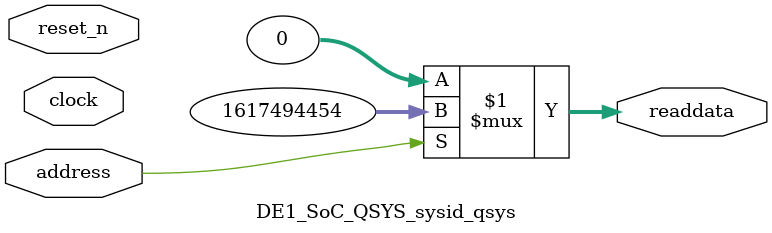
<source format=v>

`timescale 1ns / 1ps
// synthesis translate_on

// turn off superfluous verilog processor warnings 
// altera message_level Level1 
// altera message_off 10034 10035 10036 10037 10230 10240 10030 

module DE1_SoC_QSYS_sysid_qsys (
               // inputs:
                address,
                clock,
                reset_n,

               // outputs:
                readdata
             )
;

  output  [ 31: 0] readdata;
  input            address;
  input            clock;
  input            reset_n;

  wire    [ 31: 0] readdata;
  //control_slave, which is an e_avalon_slave
  assign readdata = address ? 1617494454 : 0;

endmodule




</source>
